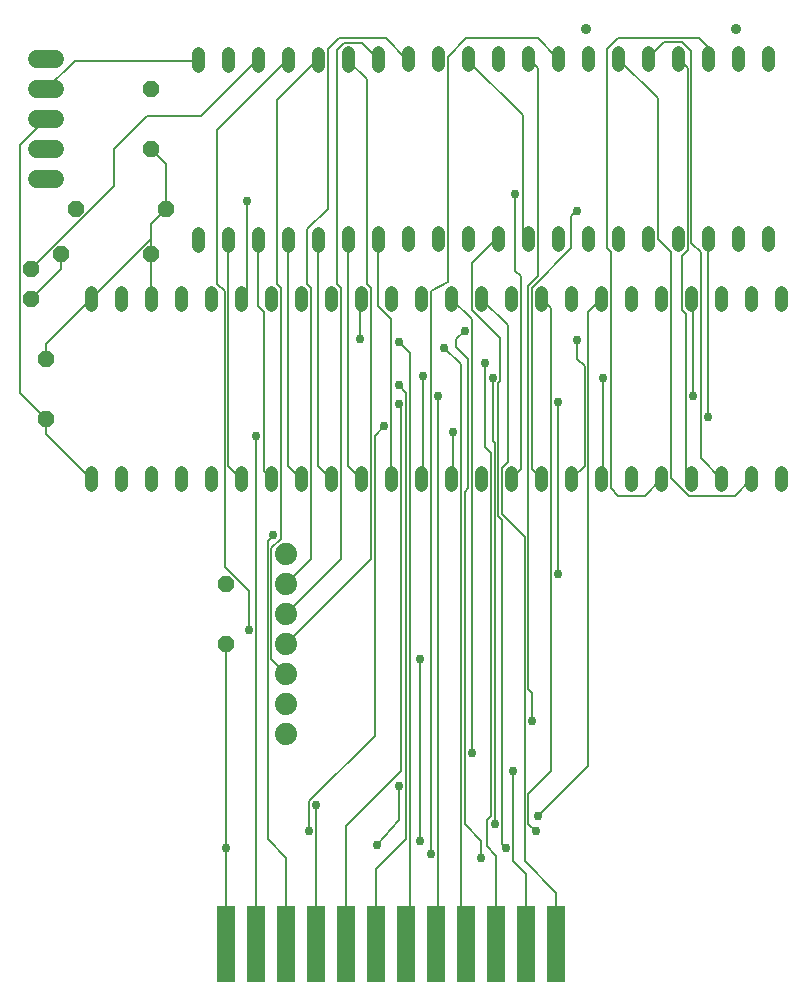
<source format=gbr>
G04 EAGLE Gerber X2 export*
%TF.Part,Single*%
%TF.FileFunction,Copper,L2,Bot,Mixed*%
%TF.FilePolarity,Positive*%
%TF.GenerationSoftware,Autodesk,EAGLE,8.7.1*%
%TF.CreationDate,2021-04-04T20:08:03Z*%
G75*
%MOMM*%
%FSLAX34Y34*%
%LPD*%
%AMOC8*
5,1,8,0,0,1.08239X$1,22.5*%
G01*
%ADD10C,1.108000*%
%ADD11C,1.879600*%
%ADD12R,1.524000X6.477000*%
%ADD13P,1.429621X8X112.500000*%
%ADD14C,1.508000*%
%ADD15P,1.429621X8X22.500000*%
%ADD16P,1.429621X8X292.500000*%
%ADD17P,1.429621X8X202.500000*%
%ADD18C,0.152400*%
%ADD19C,0.756400*%
%ADD20C,0.906400*%


D10*
X204613Y629039D02*
X204594Y640119D01*
X229994Y640163D02*
X230013Y629083D01*
X255413Y629128D02*
X255394Y640208D01*
X280794Y640252D02*
X280813Y629172D01*
X306213Y629216D02*
X306194Y640296D01*
X331594Y640341D02*
X331613Y629261D01*
X357013Y629305D02*
X356993Y640385D01*
X382393Y640429D02*
X382413Y629349D01*
X407813Y629394D02*
X407793Y640474D01*
X433193Y640518D02*
X433213Y629438D01*
X458613Y629482D02*
X458593Y640562D01*
X483993Y640607D02*
X484013Y629527D01*
X509413Y629571D02*
X509393Y640651D01*
X534793Y640695D02*
X534813Y629615D01*
X560212Y629660D02*
X560193Y640740D01*
X585593Y640784D02*
X585612Y629704D01*
X611012Y629748D02*
X610993Y640828D01*
X636393Y640873D02*
X636412Y629793D01*
X661812Y629837D02*
X661793Y640917D01*
X687193Y640961D02*
X687212Y629881D01*
X686946Y782281D02*
X686927Y793361D01*
X661527Y793317D02*
X661546Y782237D01*
X636146Y782192D02*
X636127Y793272D01*
X610727Y793228D02*
X610746Y782148D01*
X585346Y782104D02*
X585327Y793184D01*
X559927Y793139D02*
X559946Y782059D01*
X534547Y782015D02*
X534527Y793095D01*
X509127Y793051D02*
X509147Y781971D01*
X483747Y781926D02*
X483727Y793006D01*
X458327Y792962D02*
X458347Y781882D01*
X432947Y781838D02*
X432927Y792918D01*
X407527Y792873D02*
X407547Y781793D01*
X382147Y781749D02*
X382127Y792829D01*
X356727Y792785D02*
X356747Y781705D01*
X331347Y781660D02*
X331328Y792740D01*
X305928Y792696D02*
X305947Y781616D01*
X280547Y781572D02*
X280528Y792652D01*
X255128Y792607D02*
X255147Y781527D01*
X229747Y781483D02*
X229728Y792563D01*
X204328Y792519D02*
X204347Y781439D01*
X114300Y437340D02*
X114300Y426260D01*
X139700Y426260D02*
X139700Y437340D01*
X165100Y437340D02*
X165100Y426260D01*
X190500Y426260D02*
X190500Y437340D01*
X215900Y437340D02*
X215900Y426260D01*
X241300Y426260D02*
X241300Y437340D01*
X266700Y437340D02*
X266700Y426260D01*
X292100Y426260D02*
X292100Y437340D01*
X317500Y437340D02*
X317500Y426260D01*
X342900Y426260D02*
X342900Y437340D01*
X368300Y437340D02*
X368300Y426260D01*
X393700Y426260D02*
X393700Y437340D01*
X419100Y437340D02*
X419100Y426260D01*
X444500Y426260D02*
X444500Y437340D01*
X469900Y437340D02*
X469900Y426260D01*
X495300Y426260D02*
X495300Y437340D01*
X520700Y437340D02*
X520700Y426260D01*
X546100Y426260D02*
X546100Y437340D01*
X571500Y437340D02*
X571500Y426260D01*
X596900Y426260D02*
X596900Y437340D01*
X622300Y437340D02*
X622300Y426260D01*
X647700Y426260D02*
X647700Y437340D01*
X673100Y437340D02*
X673100Y426260D01*
X698500Y426260D02*
X698500Y437340D01*
X698500Y578660D02*
X698500Y589740D01*
X673100Y589740D02*
X673100Y578660D01*
X647700Y578660D02*
X647700Y589740D01*
X622300Y589740D02*
X622300Y578660D01*
X596900Y578660D02*
X596900Y589740D01*
X571500Y589740D02*
X571500Y578660D01*
X546100Y578660D02*
X546100Y589740D01*
X520700Y589740D02*
X520700Y578660D01*
X495300Y578660D02*
X495300Y589740D01*
X469900Y589740D02*
X469900Y578660D01*
X444500Y578660D02*
X444500Y589740D01*
X419100Y589740D02*
X419100Y578660D01*
X393700Y578660D02*
X393700Y589740D01*
X368300Y589740D02*
X368300Y578660D01*
X342900Y578660D02*
X342900Y589740D01*
X317500Y589740D02*
X317500Y578660D01*
X292100Y578660D02*
X292100Y589740D01*
X266700Y589740D02*
X266700Y578660D01*
X241300Y578660D02*
X241300Y589740D01*
X215900Y589740D02*
X215900Y578660D01*
X190500Y578660D02*
X190500Y589740D01*
X165100Y589740D02*
X165100Y578660D01*
X139700Y578660D02*
X139700Y589740D01*
X114300Y589740D02*
X114300Y578660D01*
D11*
X279400Y368300D03*
X279400Y342900D03*
X279400Y317500D03*
X279400Y292100D03*
X279400Y266700D03*
X279400Y241300D03*
X279400Y215900D03*
D12*
X508000Y38100D03*
X482600Y38100D03*
X457200Y38100D03*
X431800Y38100D03*
X406400Y38100D03*
X381000Y38100D03*
X355600Y38100D03*
X330200Y38100D03*
X304800Y38100D03*
X279400Y38100D03*
X254000Y38100D03*
X228600Y38100D03*
D13*
X63500Y584200D03*
X63500Y609600D03*
D14*
X68660Y685800D02*
X83740Y685800D01*
X83740Y711200D02*
X68660Y711200D01*
X68660Y736600D02*
X83740Y736600D01*
X83740Y762000D02*
X68660Y762000D01*
X68660Y787400D02*
X83740Y787400D01*
D13*
X165100Y711200D03*
X165100Y762000D03*
D15*
X88900Y622300D03*
X165100Y622300D03*
D16*
X76200Y533400D03*
X76200Y482600D03*
D17*
X177800Y660400D03*
X101600Y660400D03*
D16*
X228600Y342900D03*
X228600Y292100D03*
D18*
X482600Y636588D02*
X479425Y639763D01*
X479425Y739775D01*
X433388Y785813D01*
X482600Y636588D02*
X484003Y635067D01*
X433388Y785813D02*
X432937Y787378D01*
X114300Y431800D02*
X76200Y469900D01*
X76200Y482600D01*
X228600Y292100D02*
X228600Y119063D01*
X228600Y38100D01*
X53975Y714375D02*
X76200Y736600D01*
X53975Y714375D02*
X53975Y504825D01*
X76200Y482600D01*
D19*
X228600Y119063D03*
D18*
X76200Y546100D02*
X114300Y584200D01*
X76200Y546100D02*
X76200Y533400D01*
X165100Y584200D02*
X165100Y622300D01*
X165100Y647700D02*
X177800Y660400D01*
X165100Y635000D02*
X165100Y622300D01*
X165100Y635000D02*
X165100Y647700D01*
X177800Y698500D02*
X165100Y711200D01*
X177800Y698500D02*
X177800Y660400D01*
X165100Y635000D02*
X114300Y584200D01*
X458788Y400050D02*
X461963Y396875D01*
X458788Y400050D02*
X458788Y512763D01*
X460375Y514350D01*
X460375Y550863D01*
X436563Y574675D01*
X436563Y614363D01*
X457200Y635000D01*
X458603Y635022D01*
D19*
X465138Y119063D03*
D18*
X461963Y122238D01*
X461963Y396875D01*
X495300Y431800D02*
X487363Y439738D01*
X487363Y593725D01*
D19*
X525463Y658813D03*
D18*
X520700Y654050D01*
X520700Y627063D01*
X487363Y593725D01*
D19*
X525463Y549275D03*
D18*
X531940Y443040D02*
X520700Y431800D01*
X531940Y443040D02*
X531940Y527050D01*
X525463Y533527D01*
X525463Y549275D01*
X547688Y433388D02*
X546100Y431800D01*
X547688Y433388D02*
X547688Y517525D01*
D19*
X547688Y517525D03*
D18*
X636588Y484188D02*
X636588Y635000D01*
X636403Y635333D01*
D19*
X636588Y484188D03*
D18*
X554038Y623888D02*
X550863Y627063D01*
X550863Y795338D01*
X560388Y804863D01*
X628650Y804863D01*
X636137Y797376D02*
X636137Y787732D01*
X636137Y797376D02*
X628650Y804863D01*
X596900Y431800D02*
X582613Y417513D01*
X554038Y423863D02*
X554038Y623888D01*
X554038Y423863D02*
X560388Y417513D01*
X582613Y417513D01*
X617538Y436563D02*
X622300Y431800D01*
X617538Y436563D02*
X617538Y571500D01*
X614363Y574675D01*
X614363Y620713D01*
X619125Y625475D01*
X619125Y779463D01*
X611188Y787400D01*
X610737Y787688D01*
X630238Y449263D02*
X647700Y431800D01*
X630238Y449263D02*
X630238Y623888D01*
X622300Y631825D01*
X622300Y793750D01*
X614363Y801688D01*
X599381Y801688D02*
X585337Y787644D01*
X599381Y801688D02*
X614363Y801688D01*
X593725Y635000D02*
X604838Y623888D01*
X593725Y635000D02*
X593725Y754063D01*
X560388Y787400D01*
X559937Y787599D01*
X673100Y431800D02*
X658813Y417513D01*
X604838Y432655D02*
X604838Y623888D01*
X604838Y432655D02*
X619980Y417513D01*
X658813Y417513D01*
X241300Y431800D02*
X230188Y442913D01*
X230188Y633413D01*
X230003Y634623D01*
X260350Y438150D02*
X266700Y431800D01*
X260350Y438150D02*
X260350Y573088D01*
X255588Y577850D01*
X255588Y633413D01*
X255403Y634668D01*
X280988Y442913D02*
X292100Y431800D01*
X280988Y442913D02*
X280988Y633413D01*
X280803Y634712D01*
X306388Y442913D02*
X317500Y431800D01*
X306388Y442913D02*
X306388Y633413D01*
X306203Y634756D01*
X331788Y442913D02*
X342900Y431800D01*
X331788Y442913D02*
X331788Y633413D01*
X331603Y634801D01*
X368300Y566738D02*
X368300Y431800D01*
X368300Y566738D02*
X357188Y577850D01*
X357188Y633413D01*
X357003Y634845D01*
X395288Y433388D02*
X393700Y431800D01*
X395288Y433388D02*
X395288Y519113D01*
D19*
X395288Y519113D03*
D18*
X420688Y433388D02*
X419100Y431800D01*
X420688Y433388D02*
X420688Y471488D01*
D19*
X420688Y471488D03*
D18*
X469900Y431800D02*
X477838Y439738D01*
X477838Y603250D01*
D19*
X473075Y673100D03*
D18*
X473075Y608013D02*
X477838Y603250D01*
X473075Y608013D02*
X473075Y673100D01*
X374650Y495300D02*
X376238Y493713D01*
X376238Y184150D01*
D19*
X374650Y495300D03*
D18*
X376238Y184150D02*
X330200Y138113D01*
X330200Y38100D01*
X381000Y504825D02*
X374650Y511175D01*
D19*
X374650Y511175D03*
D18*
X381000Y504825D02*
X381000Y127000D01*
X355600Y101600D01*
X355600Y38100D01*
X384175Y538163D02*
X374650Y547688D01*
X384175Y538163D02*
X384175Y41275D01*
X381000Y38100D01*
D19*
X374650Y547688D03*
D18*
X407988Y501650D02*
X407988Y39688D01*
X406400Y38100D01*
D19*
X341948Y550228D03*
X407988Y501650D03*
D18*
X341948Y550228D02*
X341948Y583248D01*
X342900Y584200D01*
X412750Y542925D02*
X427038Y528638D01*
X427038Y42863D01*
X431800Y38100D01*
D19*
X412750Y542925D03*
D18*
X447675Y530225D02*
X447675Y458788D01*
X452438Y454025D01*
X452438Y146050D01*
D19*
X447675Y530225D03*
D18*
X452438Y146050D02*
X449263Y142875D01*
X449263Y120650D01*
X457200Y112713D01*
X457200Y38100D01*
X436563Y566738D02*
X419100Y584200D01*
X436563Y566738D02*
X436563Y200025D01*
D19*
X436563Y200025D03*
X471488Y184150D03*
D18*
X471488Y107950D01*
X482600Y96838D01*
X482600Y38100D01*
X466725Y561975D02*
X444500Y584200D01*
X466725Y561975D02*
X466725Y446088D01*
X461963Y441325D01*
X461963Y401638D01*
X481013Y382588D01*
X481013Y107950D01*
X508000Y80963D01*
X508000Y38100D01*
X433388Y423863D02*
X433388Y533400D01*
X433388Y423863D02*
X430213Y420688D01*
X430213Y139700D01*
D19*
X430213Y557213D03*
X444500Y111125D03*
D18*
X444500Y125413D02*
X430213Y139700D01*
X444500Y125413D02*
X444500Y111125D01*
X433388Y533400D02*
X423069Y543719D01*
X423069Y550069D02*
X430213Y557213D01*
X423069Y550069D02*
X423069Y543719D01*
X495300Y584200D02*
X503238Y576263D01*
X503238Y184150D01*
D19*
X490538Y133350D03*
D18*
X484061Y164973D02*
X503238Y184150D01*
X484061Y164973D02*
X484061Y139700D01*
X490411Y133350D02*
X490538Y133350D01*
X490411Y133350D02*
X484061Y139700D01*
X220663Y727075D02*
X279400Y785813D01*
X220663Y727075D02*
X220663Y596900D01*
X227013Y590550D01*
X227013Y357188D01*
X247650Y336550D01*
X247650Y303848D01*
X392113Y279400D02*
X392113Y125413D01*
X279400Y785813D02*
X280537Y787112D01*
D19*
X247650Y303848D03*
X392113Y279400D03*
X392113Y125413D03*
D18*
X492125Y779463D02*
X484188Y787400D01*
X492125Y779463D02*
X492125Y603250D01*
X484188Y595313D01*
X484188Y254000D01*
X484188Y787400D02*
X483737Y787466D01*
D19*
X487363Y227013D03*
X374650Y171450D03*
X356235Y121920D03*
D18*
X487363Y227013D02*
X487363Y250825D01*
X484188Y254000D01*
X374650Y142875D02*
X356235Y121920D01*
X374650Y142875D02*
X374650Y171450D01*
X241300Y584200D02*
X246063Y588963D01*
X246063Y666750D01*
D19*
X246063Y666750D03*
D18*
X88900Y609600D02*
X63500Y584200D01*
X88900Y609600D02*
X88900Y622300D01*
X207169Y738981D02*
X254000Y785813D01*
X255137Y787067D01*
X133350Y711200D02*
X133350Y679450D01*
X63500Y609600D01*
X133350Y711200D02*
X161131Y738981D01*
X207169Y738981D01*
X203200Y785813D02*
X204337Y786979D01*
X100013Y785813D02*
X76200Y762000D01*
X100013Y785813D02*
X203200Y785813D01*
D19*
X454025Y517525D03*
X455613Y139700D03*
D18*
X454152Y463550D02*
X454152Y516636D01*
X454025Y517525D01*
X455676Y140208D02*
X455613Y139700D01*
X455676Y462026D02*
X454152Y463550D01*
X455676Y462026D02*
X455676Y140208D01*
X534988Y573088D02*
X546100Y584200D01*
D19*
X492125Y146050D03*
D18*
X534988Y188913D01*
X534988Y573088D01*
X354013Y214313D02*
X298450Y158750D01*
X298450Y133350D01*
D19*
X361950Y476250D03*
X298450Y133350D03*
D18*
X354013Y468313D02*
X361950Y476250D01*
X354013Y468313D02*
X354013Y214313D01*
X509588Y350838D02*
X509588Y496888D01*
D19*
X509588Y496888D03*
X509588Y350838D03*
D18*
X623888Y582613D02*
X622300Y584200D01*
X623888Y582613D02*
X623888Y501650D01*
D19*
X623888Y501650D03*
D18*
X254000Y468313D02*
X254000Y38100D01*
D19*
X254000Y468313D03*
D18*
X268288Y384175D02*
X263525Y379413D01*
X263525Y127000D01*
D19*
X268288Y384175D03*
D18*
X279400Y111125D02*
X279400Y38100D01*
X279400Y111125D02*
X263525Y127000D01*
X304800Y155575D02*
X304800Y38100D01*
D19*
X304800Y155575D03*
D18*
X508000Y788988D02*
X492125Y804863D01*
X431800Y804863D01*
X415925Y598488D02*
X401638Y590550D01*
X401638Y114300D01*
X509137Y787511D02*
X508000Y788988D01*
D19*
X401638Y114300D03*
D18*
X415925Y788988D02*
X431800Y804863D01*
X415925Y788988D02*
X415925Y598488D01*
X381000Y787400D02*
X363538Y804863D01*
X323850Y804863D01*
X314325Y660400D02*
X296863Y642938D01*
X296863Y596900D01*
X300038Y593725D01*
X300038Y363538D01*
X279400Y342900D01*
X381000Y787400D02*
X382137Y787289D01*
X323850Y804863D02*
X314325Y795338D01*
X314325Y660400D01*
X322263Y596900D02*
X325438Y593725D01*
X325438Y363538D01*
X279400Y317500D01*
X330192Y800564D02*
X330200Y800572D01*
X330192Y800564D02*
X328076Y800564D01*
X322263Y794751D01*
X322263Y596900D01*
X356737Y787245D02*
X343410Y800572D01*
X330200Y800572D01*
X331788Y785813D02*
X347663Y769938D01*
X347663Y596900D01*
X350838Y593725D01*
X350838Y363538D01*
X279400Y292100D01*
X331788Y785813D02*
X331337Y787200D01*
X304800Y785813D02*
X271463Y752475D01*
X271463Y596900D01*
X274638Y593725D01*
X274638Y381000D01*
X266700Y373063D01*
X266700Y279400D01*
X279400Y266700D01*
X304800Y785813D02*
X305937Y787156D01*
D20*
X533400Y812800D03*
X660400Y812800D03*
M02*

</source>
